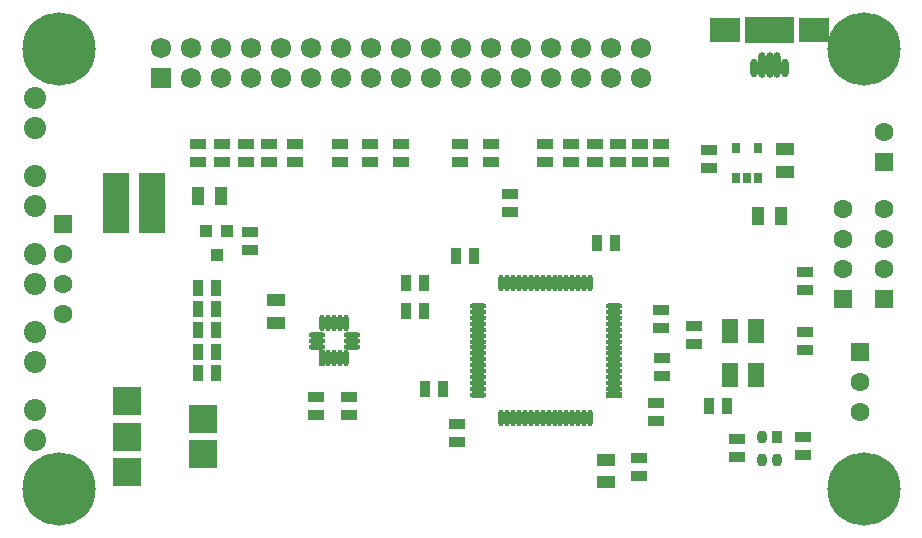
<source format=gts>
G04 (created by PCBNEW-RS274X (2012-01-19 BZR 3256)-stable) date 16/02/2013 19:01:43*
G01*
G70*
G90*
%MOIN*%
G04 Gerber Fmt 3.4, Leading zero omitted, Abs format*
%FSLAX34Y34*%
G04 APERTURE LIST*
%ADD10C,0.006000*%
%ADD11R,0.098400X0.082600*%
%ADD12O,0.023500X0.062900*%
%ADD13O,0.023500X0.086500*%
%ADD14R,0.047200X0.047200*%
%ADD15R,0.027800X0.037800*%
%ADD16R,0.043800X0.043800*%
%ADD17R,0.062900X0.062900*%
%ADD18C,0.062900*%
%ADD19R,0.062800X0.062800*%
%ADD20C,0.062800*%
%ADD21R,0.035400X0.043200*%
%ADD22O,0.035400X0.043200*%
%ADD23R,0.032800X0.052800*%
%ADD24R,0.052800X0.032800*%
%ADD25R,0.019600X0.055000*%
%ADD26O,0.019600X0.055000*%
%ADD27O,0.055000X0.019600*%
%ADD28R,0.086500X0.204700*%
%ADD29R,0.055000X0.019600*%
%ADD30C,0.244000*%
%ADD31R,0.055000X0.082600*%
%ADD32R,0.094400X0.094400*%
%ADD33C,0.067800*%
%ADD34R,0.067800X0.067800*%
%ADD35R,0.062800X0.042800*%
%ADD36R,0.042800X0.062800*%
%ADD37C,0.073800*%
G04 APERTURE END LIST*
G54D10*
G54D11*
X65571Y-29743D03*
X62619Y-29743D03*
G54D12*
X64607Y-31023D03*
G54D13*
X64351Y-30907D03*
X64095Y-30907D03*
X63839Y-30907D03*
G54D12*
X63583Y-31023D03*
G54D14*
X64292Y-29566D03*
X64686Y-29960D03*
X63504Y-29960D03*
X64292Y-29960D03*
X64686Y-29566D03*
X63898Y-29566D03*
X63898Y-29960D03*
X63504Y-29566D03*
G54D15*
X62961Y-34702D03*
X63711Y-34702D03*
X62961Y-33702D03*
X63336Y-34702D03*
X63711Y-33702D03*
G54D16*
X45319Y-36450D03*
X46019Y-36450D03*
X45669Y-37250D03*
G54D17*
X66535Y-38705D03*
G54D18*
X66535Y-37705D03*
X66535Y-36705D03*
X66535Y-35705D03*
G54D17*
X67913Y-38705D03*
G54D18*
X67913Y-37705D03*
X67913Y-36705D03*
X67913Y-35705D03*
G54D19*
X67913Y-34161D03*
G54D20*
X67913Y-33161D03*
G54D21*
X64350Y-43327D03*
G54D22*
X63838Y-43327D03*
X63838Y-44075D03*
X64350Y-44075D03*
G54D23*
X45054Y-38346D03*
X45654Y-38346D03*
G54D24*
X47410Y-33558D03*
X47410Y-34158D03*
X60472Y-34158D03*
X60472Y-33558D03*
X59763Y-34158D03*
X59763Y-33558D03*
X45039Y-33558D03*
X45039Y-34158D03*
X45827Y-33558D03*
X45827Y-34158D03*
X58268Y-34158D03*
X58268Y-33558D03*
X48268Y-33558D03*
X48268Y-34158D03*
G54D23*
X45054Y-39055D03*
X45654Y-39055D03*
X45054Y-39764D03*
X45654Y-39764D03*
X45054Y-40472D03*
X45654Y-40472D03*
G54D24*
X60524Y-41283D03*
X60524Y-40683D03*
X59055Y-34158D03*
X59055Y-33558D03*
X56614Y-33558D03*
X56614Y-34158D03*
X65277Y-38427D03*
X65277Y-37827D03*
X62066Y-33764D03*
X62066Y-34364D03*
X65274Y-40408D03*
X65274Y-39808D03*
X46772Y-37072D03*
X46772Y-36472D03*
G54D23*
X52573Y-39110D03*
X51973Y-39110D03*
X52590Y-38171D03*
X51990Y-38171D03*
G54D24*
X57480Y-33558D03*
X57480Y-34158D03*
X46626Y-33558D03*
X46626Y-34158D03*
X54803Y-33558D03*
X54803Y-34158D03*
X53780Y-33558D03*
X53780Y-34158D03*
X51811Y-33558D03*
X51811Y-34158D03*
X50787Y-33558D03*
X50787Y-34158D03*
X49764Y-33558D03*
X49764Y-34158D03*
G54D25*
X49189Y-40703D03*
G54D26*
X49386Y-40703D03*
X49583Y-40703D03*
X49780Y-40703D03*
X49977Y-40703D03*
G54D27*
X50174Y-40309D03*
X50174Y-40112D03*
X50174Y-39915D03*
G54D26*
X49977Y-39521D03*
X49780Y-39521D03*
X49583Y-39521D03*
X49386Y-39521D03*
X49189Y-39521D03*
G54D27*
X48992Y-39915D03*
X48992Y-40112D03*
X48992Y-40309D03*
G54D28*
X42322Y-35532D03*
X43504Y-35532D03*
G54D29*
X58894Y-41910D03*
G54D27*
X58894Y-41714D03*
X58894Y-41517D03*
X58894Y-41320D03*
X58894Y-41123D03*
X58894Y-40926D03*
X58894Y-40729D03*
X58894Y-40532D03*
X58895Y-40337D03*
X58895Y-40140D03*
X58895Y-39943D03*
X58896Y-39746D03*
X58895Y-39548D03*
X58895Y-39351D03*
X58895Y-39154D03*
X58895Y-38958D03*
G54D26*
X58107Y-38171D03*
X57910Y-38171D03*
X57713Y-38171D03*
X57517Y-38171D03*
X57320Y-38171D03*
X57123Y-38171D03*
X56927Y-38171D03*
X56730Y-38171D03*
G54D27*
X54366Y-38958D03*
X54366Y-39155D03*
X54366Y-39352D03*
X54366Y-39549D03*
G54D26*
X56533Y-38170D03*
X56336Y-38170D03*
X56139Y-38170D03*
X55942Y-38170D03*
X55745Y-38170D03*
X55548Y-38170D03*
X55351Y-38170D03*
X55155Y-38170D03*
G54D27*
X54367Y-39745D03*
X54367Y-39942D03*
X54367Y-40139D03*
X54367Y-40336D03*
X54367Y-40532D03*
X54367Y-40729D03*
X54367Y-40926D03*
X54367Y-41123D03*
X54367Y-41320D03*
X54367Y-41517D03*
X54367Y-41714D03*
X54367Y-41910D03*
G54D26*
X55155Y-42698D03*
X55351Y-42698D03*
X55548Y-42698D03*
X55745Y-42698D03*
X55942Y-42698D03*
X56139Y-42698D03*
X56336Y-42698D03*
X56533Y-42698D03*
X56729Y-42698D03*
X56926Y-42698D03*
X57123Y-42698D03*
X57320Y-42698D03*
X57517Y-42698D03*
X57714Y-42698D03*
X57911Y-42698D03*
X58107Y-42698D03*
G54D30*
X67244Y-30394D03*
X40394Y-30394D03*
X40394Y-45039D03*
X67244Y-45039D03*
G54D31*
X63640Y-41237D03*
X63640Y-39781D03*
X62774Y-39781D03*
X62774Y-41237D03*
G54D32*
X42677Y-44488D03*
X42677Y-43307D03*
X42677Y-42126D03*
X45196Y-42716D03*
X45196Y-43898D03*
G54D33*
X57811Y-30366D03*
X59811Y-31366D03*
X59811Y-30366D03*
X58811Y-30366D03*
X58811Y-31366D03*
X50811Y-30366D03*
X52811Y-30366D03*
X51811Y-31366D03*
X56811Y-31366D03*
X53811Y-31366D03*
X52811Y-31366D03*
X57811Y-31366D03*
X56811Y-30366D03*
X54811Y-31366D03*
X49811Y-31366D03*
X51811Y-30366D03*
X53811Y-30366D03*
X55811Y-30366D03*
X55811Y-31366D03*
X54811Y-30366D03*
X48811Y-30366D03*
X49811Y-30366D03*
X50811Y-31366D03*
X48811Y-31366D03*
X47811Y-31366D03*
X47811Y-30366D03*
G54D34*
X43811Y-31366D03*
G54D33*
X43811Y-30366D03*
X44811Y-31366D03*
X44811Y-30366D03*
X45811Y-31366D03*
X45811Y-30366D03*
X46811Y-31366D03*
X46811Y-30366D03*
G54D35*
X64618Y-33728D03*
X64618Y-34478D03*
G54D36*
X63715Y-35954D03*
X64465Y-35954D03*
X45058Y-35276D03*
X45808Y-35276D03*
G54D35*
X47638Y-39509D03*
X47638Y-38759D03*
X58653Y-44077D03*
X58653Y-44827D03*
G54D23*
X58348Y-36846D03*
X58948Y-36846D03*
X62691Y-42291D03*
X62091Y-42291D03*
G54D24*
X61575Y-40221D03*
X61575Y-39621D03*
G54D23*
X54237Y-37279D03*
X53637Y-37279D03*
G54D24*
X53685Y-42887D03*
X53685Y-43487D03*
X59743Y-44025D03*
X59743Y-44625D03*
G54D23*
X53212Y-41722D03*
X52612Y-41722D03*
G54D24*
X55433Y-35814D03*
X55433Y-35214D03*
X62992Y-44001D03*
X62992Y-43401D03*
X60484Y-39085D03*
X60484Y-39685D03*
X60303Y-42180D03*
X60303Y-42780D03*
X48968Y-42003D03*
X48968Y-42603D03*
X50079Y-41983D03*
X50079Y-42583D03*
X65197Y-43322D03*
X65197Y-43922D03*
G54D23*
X45054Y-41181D03*
X45654Y-41181D03*
G54D19*
X67108Y-40486D03*
G54D20*
X67108Y-41486D03*
X67108Y-42486D03*
G54D17*
X40551Y-36217D03*
G54D18*
X40551Y-37217D03*
X40551Y-38217D03*
X40551Y-39217D03*
G54D37*
X39606Y-33020D03*
X39606Y-32020D03*
X39606Y-35618D03*
X39606Y-34618D03*
X39606Y-38217D03*
X39606Y-37217D03*
X39606Y-40815D03*
X39606Y-39815D03*
X39606Y-43413D03*
X39606Y-42413D03*
M02*

</source>
